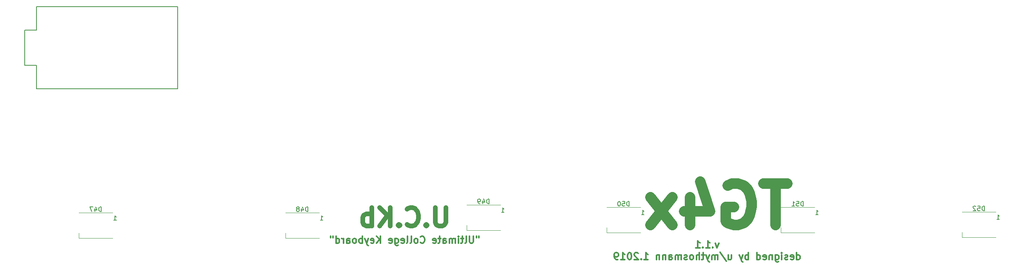
<source format=gbo>
G04 #@! TF.GenerationSoftware,KiCad,Pcbnew,(5.0.2)-1*
G04 #@! TF.CreationDate,2019-01-23T12:21:28-05:00*
G04 #@! TF.ProjectId,TG4x,54473478-2e6b-4696-9361-645f70636258,rev?*
G04 #@! TF.SameCoordinates,Original*
G04 #@! TF.FileFunction,Legend,Bot*
G04 #@! TF.FilePolarity,Positive*
%FSLAX46Y46*%
G04 Gerber Fmt 4.6, Leading zero omitted, Abs format (unit mm)*
G04 Created by KiCad (PCBNEW (5.0.2)-1) date 1/23/2019 12:21:28 PM*
%MOMM*%
%LPD*%
G01*
G04 APERTURE LIST*
%ADD10C,2.250000*%
%ADD11C,0.300000*%
%ADD12C,1.000000*%
%ADD13C,0.150000*%
%ADD14C,0.120000*%
G04 APERTURE END LIST*
D10*
X189752000Y-96671428D02*
X184609142Y-96671428D01*
X187180571Y-105671428D02*
X187180571Y-96671428D01*
X176894857Y-97100000D02*
X177752000Y-96671428D01*
X179037714Y-96671428D01*
X180323428Y-97100000D01*
X181180571Y-97957142D01*
X181609142Y-98814285D01*
X182037714Y-100528571D01*
X182037714Y-101814285D01*
X181609142Y-103528571D01*
X181180571Y-104385714D01*
X180323428Y-105242857D01*
X179037714Y-105671428D01*
X178180571Y-105671428D01*
X176894857Y-105242857D01*
X176466285Y-104814285D01*
X176466285Y-101814285D01*
X178180571Y-101814285D01*
X168752000Y-99671428D02*
X168752000Y-105671428D01*
X170894857Y-96242857D02*
X173037714Y-102671428D01*
X167466285Y-102671428D01*
X164894857Y-105671428D02*
X160180571Y-99671428D01*
X164894857Y-99671428D02*
X160180571Y-105671428D01*
D11*
X174966000Y-109655571D02*
X174608857Y-110655571D01*
X174251714Y-109655571D01*
X173680285Y-110512714D02*
X173608857Y-110584142D01*
X173680285Y-110655571D01*
X173751714Y-110584142D01*
X173680285Y-110512714D01*
X173680285Y-110655571D01*
X172180285Y-110655571D02*
X173037428Y-110655571D01*
X172608857Y-110655571D02*
X172608857Y-109155571D01*
X172751714Y-109369857D01*
X172894571Y-109512714D01*
X173037428Y-109584142D01*
X171537428Y-110512714D02*
X171466000Y-110584142D01*
X171537428Y-110655571D01*
X171608857Y-110584142D01*
X171537428Y-110512714D01*
X171537428Y-110655571D01*
X170037428Y-110655571D02*
X170894571Y-110655571D01*
X170466000Y-110655571D02*
X170466000Y-109155571D01*
X170608857Y-109369857D01*
X170751714Y-109512714D01*
X170894571Y-109584142D01*
X191787428Y-113205571D02*
X191787428Y-111705571D01*
X191787428Y-113134142D02*
X191930285Y-113205571D01*
X192216000Y-113205571D01*
X192358857Y-113134142D01*
X192430285Y-113062714D01*
X192501714Y-112919857D01*
X192501714Y-112491285D01*
X192430285Y-112348428D01*
X192358857Y-112277000D01*
X192216000Y-112205571D01*
X191930285Y-112205571D01*
X191787428Y-112277000D01*
X190501714Y-113134142D02*
X190644571Y-113205571D01*
X190930285Y-113205571D01*
X191073142Y-113134142D01*
X191144571Y-112991285D01*
X191144571Y-112419857D01*
X191073142Y-112277000D01*
X190930285Y-112205571D01*
X190644571Y-112205571D01*
X190501714Y-112277000D01*
X190430285Y-112419857D01*
X190430285Y-112562714D01*
X191144571Y-112705571D01*
X189858857Y-113134142D02*
X189716000Y-113205571D01*
X189430285Y-113205571D01*
X189287428Y-113134142D01*
X189216000Y-112991285D01*
X189216000Y-112919857D01*
X189287428Y-112777000D01*
X189430285Y-112705571D01*
X189644571Y-112705571D01*
X189787428Y-112634142D01*
X189858857Y-112491285D01*
X189858857Y-112419857D01*
X189787428Y-112277000D01*
X189644571Y-112205571D01*
X189430285Y-112205571D01*
X189287428Y-112277000D01*
X188573142Y-113205571D02*
X188573142Y-112205571D01*
X188573142Y-111705571D02*
X188644571Y-111777000D01*
X188573142Y-111848428D01*
X188501714Y-111777000D01*
X188573142Y-111705571D01*
X188573142Y-111848428D01*
X187216000Y-112205571D02*
X187216000Y-113419857D01*
X187287428Y-113562714D01*
X187358857Y-113634142D01*
X187501714Y-113705571D01*
X187716000Y-113705571D01*
X187858857Y-113634142D01*
X187216000Y-113134142D02*
X187358857Y-113205571D01*
X187644571Y-113205571D01*
X187787428Y-113134142D01*
X187858857Y-113062714D01*
X187930285Y-112919857D01*
X187930285Y-112491285D01*
X187858857Y-112348428D01*
X187787428Y-112277000D01*
X187644571Y-112205571D01*
X187358857Y-112205571D01*
X187216000Y-112277000D01*
X186501714Y-112205571D02*
X186501714Y-113205571D01*
X186501714Y-112348428D02*
X186430285Y-112277000D01*
X186287428Y-112205571D01*
X186073142Y-112205571D01*
X185930285Y-112277000D01*
X185858857Y-112419857D01*
X185858857Y-113205571D01*
X184573142Y-113134142D02*
X184716000Y-113205571D01*
X185001714Y-113205571D01*
X185144571Y-113134142D01*
X185216000Y-112991285D01*
X185216000Y-112419857D01*
X185144571Y-112277000D01*
X185001714Y-112205571D01*
X184716000Y-112205571D01*
X184573142Y-112277000D01*
X184501714Y-112419857D01*
X184501714Y-112562714D01*
X185216000Y-112705571D01*
X183216000Y-113205571D02*
X183216000Y-111705571D01*
X183216000Y-113134142D02*
X183358857Y-113205571D01*
X183644571Y-113205571D01*
X183787428Y-113134142D01*
X183858857Y-113062714D01*
X183930285Y-112919857D01*
X183930285Y-112491285D01*
X183858857Y-112348428D01*
X183787428Y-112277000D01*
X183644571Y-112205571D01*
X183358857Y-112205571D01*
X183216000Y-112277000D01*
X181358857Y-113205571D02*
X181358857Y-111705571D01*
X181358857Y-112277000D02*
X181216000Y-112205571D01*
X180930285Y-112205571D01*
X180787428Y-112277000D01*
X180716000Y-112348428D01*
X180644571Y-112491285D01*
X180644571Y-112919857D01*
X180716000Y-113062714D01*
X180787428Y-113134142D01*
X180930285Y-113205571D01*
X181216000Y-113205571D01*
X181358857Y-113134142D01*
X180144571Y-112205571D02*
X179787428Y-113205571D01*
X179430285Y-112205571D02*
X179787428Y-113205571D01*
X179930285Y-113562714D01*
X180001714Y-113634142D01*
X180144571Y-113705571D01*
X177073142Y-112205571D02*
X177073142Y-113205571D01*
X177716000Y-112205571D02*
X177716000Y-112991285D01*
X177644571Y-113134142D01*
X177501714Y-113205571D01*
X177287428Y-113205571D01*
X177144571Y-113134142D01*
X177073142Y-113062714D01*
X175287428Y-111634142D02*
X176573142Y-113562714D01*
X174787428Y-113205571D02*
X174787428Y-112205571D01*
X174787428Y-112348428D02*
X174716000Y-112277000D01*
X174573142Y-112205571D01*
X174358857Y-112205571D01*
X174216000Y-112277000D01*
X174144571Y-112419857D01*
X174144571Y-113205571D01*
X174144571Y-112419857D02*
X174073142Y-112277000D01*
X173930285Y-112205571D01*
X173716000Y-112205571D01*
X173573142Y-112277000D01*
X173501714Y-112419857D01*
X173501714Y-113205571D01*
X172930285Y-112205571D02*
X172573142Y-113205571D01*
X172216000Y-112205571D02*
X172573142Y-113205571D01*
X172716000Y-113562714D01*
X172787428Y-113634142D01*
X172930285Y-113705571D01*
X171858857Y-112205571D02*
X171287428Y-112205571D01*
X171644571Y-111705571D02*
X171644571Y-112991285D01*
X171573142Y-113134142D01*
X171430285Y-113205571D01*
X171287428Y-113205571D01*
X170787428Y-113205571D02*
X170787428Y-111705571D01*
X170144571Y-113205571D02*
X170144571Y-112419857D01*
X170216000Y-112277000D01*
X170358857Y-112205571D01*
X170573142Y-112205571D01*
X170716000Y-112277000D01*
X170787428Y-112348428D01*
X169216000Y-113205571D02*
X169358857Y-113134142D01*
X169430285Y-113062714D01*
X169501714Y-112919857D01*
X169501714Y-112491285D01*
X169430285Y-112348428D01*
X169358857Y-112277000D01*
X169216000Y-112205571D01*
X169001714Y-112205571D01*
X168858857Y-112277000D01*
X168787428Y-112348428D01*
X168716000Y-112491285D01*
X168716000Y-112919857D01*
X168787428Y-113062714D01*
X168858857Y-113134142D01*
X169001714Y-113205571D01*
X169216000Y-113205571D01*
X168144571Y-113134142D02*
X168001714Y-113205571D01*
X167716000Y-113205571D01*
X167573142Y-113134142D01*
X167501714Y-112991285D01*
X167501714Y-112919857D01*
X167573142Y-112777000D01*
X167716000Y-112705571D01*
X167930285Y-112705571D01*
X168073142Y-112634142D01*
X168144571Y-112491285D01*
X168144571Y-112419857D01*
X168073142Y-112277000D01*
X167930285Y-112205571D01*
X167716000Y-112205571D01*
X167573142Y-112277000D01*
X166858857Y-113205571D02*
X166858857Y-112205571D01*
X166858857Y-112348428D02*
X166787428Y-112277000D01*
X166644571Y-112205571D01*
X166430285Y-112205571D01*
X166287428Y-112277000D01*
X166216000Y-112419857D01*
X166216000Y-113205571D01*
X166216000Y-112419857D02*
X166144571Y-112277000D01*
X166001714Y-112205571D01*
X165787428Y-112205571D01*
X165644571Y-112277000D01*
X165573142Y-112419857D01*
X165573142Y-113205571D01*
X164216000Y-113205571D02*
X164216000Y-112419857D01*
X164287428Y-112277000D01*
X164430285Y-112205571D01*
X164716000Y-112205571D01*
X164858857Y-112277000D01*
X164216000Y-113134142D02*
X164358857Y-113205571D01*
X164716000Y-113205571D01*
X164858857Y-113134142D01*
X164930285Y-112991285D01*
X164930285Y-112848428D01*
X164858857Y-112705571D01*
X164716000Y-112634142D01*
X164358857Y-112634142D01*
X164216000Y-112562714D01*
X163501714Y-112205571D02*
X163501714Y-113205571D01*
X163501714Y-112348428D02*
X163430285Y-112277000D01*
X163287428Y-112205571D01*
X163073142Y-112205571D01*
X162930285Y-112277000D01*
X162858857Y-112419857D01*
X162858857Y-113205571D01*
X162144571Y-112205571D02*
X162144571Y-113205571D01*
X162144571Y-112348428D02*
X162073142Y-112277000D01*
X161930285Y-112205571D01*
X161716000Y-112205571D01*
X161573142Y-112277000D01*
X161501714Y-112419857D01*
X161501714Y-113205571D01*
X158858857Y-113205571D02*
X159716000Y-113205571D01*
X159287428Y-113205571D02*
X159287428Y-111705571D01*
X159430285Y-111919857D01*
X159573142Y-112062714D01*
X159716000Y-112134142D01*
X158216000Y-113062714D02*
X158144571Y-113134142D01*
X158216000Y-113205571D01*
X158287428Y-113134142D01*
X158216000Y-113062714D01*
X158216000Y-113205571D01*
X157573142Y-111848428D02*
X157501714Y-111777000D01*
X157358857Y-111705571D01*
X157001714Y-111705571D01*
X156858857Y-111777000D01*
X156787428Y-111848428D01*
X156716000Y-111991285D01*
X156716000Y-112134142D01*
X156787428Y-112348428D01*
X157644571Y-113205571D01*
X156716000Y-113205571D01*
X155787428Y-111705571D02*
X155644571Y-111705571D01*
X155501714Y-111777000D01*
X155430285Y-111848428D01*
X155358857Y-111991285D01*
X155287428Y-112277000D01*
X155287428Y-112634142D01*
X155358857Y-112919857D01*
X155430285Y-113062714D01*
X155501714Y-113134142D01*
X155644571Y-113205571D01*
X155787428Y-113205571D01*
X155930285Y-113134142D01*
X156001714Y-113062714D01*
X156073142Y-112919857D01*
X156144571Y-112634142D01*
X156144571Y-112277000D01*
X156073142Y-111991285D01*
X156001714Y-111848428D01*
X155930285Y-111777000D01*
X155787428Y-111705571D01*
X153858857Y-113205571D02*
X154716000Y-113205571D01*
X154287428Y-113205571D02*
X154287428Y-111705571D01*
X154430285Y-111919857D01*
X154573142Y-112062714D01*
X154716000Y-112134142D01*
X153144571Y-113205571D02*
X152858857Y-113205571D01*
X152716000Y-113134142D01*
X152644571Y-113062714D01*
X152501714Y-112848428D01*
X152430285Y-112562714D01*
X152430285Y-111991285D01*
X152501714Y-111848428D01*
X152573142Y-111777000D01*
X152716000Y-111705571D01*
X153001714Y-111705571D01*
X153144571Y-111777000D01*
X153216000Y-111848428D01*
X153287428Y-111991285D01*
X153287428Y-112348428D01*
X153216000Y-112491285D01*
X153144571Y-112562714D01*
X153001714Y-112634142D01*
X152716000Y-112634142D01*
X152573142Y-112562714D01*
X152501714Y-112491285D01*
X152430285Y-112348428D01*
X123223714Y-108144571D02*
X123223714Y-108430285D01*
X122652285Y-108144571D02*
X122652285Y-108430285D01*
X122009428Y-108144571D02*
X122009428Y-109358857D01*
X121938000Y-109501714D01*
X121866571Y-109573142D01*
X121723714Y-109644571D01*
X121438000Y-109644571D01*
X121295142Y-109573142D01*
X121223714Y-109501714D01*
X121152285Y-109358857D01*
X121152285Y-108144571D01*
X120223714Y-109644571D02*
X120366571Y-109573142D01*
X120438000Y-109430285D01*
X120438000Y-108144571D01*
X119866571Y-108644571D02*
X119295142Y-108644571D01*
X119652285Y-108144571D02*
X119652285Y-109430285D01*
X119580857Y-109573142D01*
X119438000Y-109644571D01*
X119295142Y-109644571D01*
X118795142Y-109644571D02*
X118795142Y-108644571D01*
X118795142Y-108144571D02*
X118866571Y-108216000D01*
X118795142Y-108287428D01*
X118723714Y-108216000D01*
X118795142Y-108144571D01*
X118795142Y-108287428D01*
X118080857Y-109644571D02*
X118080857Y-108644571D01*
X118080857Y-108787428D02*
X118009428Y-108716000D01*
X117866571Y-108644571D01*
X117652285Y-108644571D01*
X117509428Y-108716000D01*
X117438000Y-108858857D01*
X117438000Y-109644571D01*
X117438000Y-108858857D02*
X117366571Y-108716000D01*
X117223714Y-108644571D01*
X117009428Y-108644571D01*
X116866571Y-108716000D01*
X116795142Y-108858857D01*
X116795142Y-109644571D01*
X115438000Y-109644571D02*
X115438000Y-108858857D01*
X115509428Y-108716000D01*
X115652285Y-108644571D01*
X115938000Y-108644571D01*
X116080857Y-108716000D01*
X115438000Y-109573142D02*
X115580857Y-109644571D01*
X115938000Y-109644571D01*
X116080857Y-109573142D01*
X116152285Y-109430285D01*
X116152285Y-109287428D01*
X116080857Y-109144571D01*
X115938000Y-109073142D01*
X115580857Y-109073142D01*
X115438000Y-109001714D01*
X114938000Y-108644571D02*
X114366571Y-108644571D01*
X114723714Y-108144571D02*
X114723714Y-109430285D01*
X114652285Y-109573142D01*
X114509428Y-109644571D01*
X114366571Y-109644571D01*
X113295142Y-109573142D02*
X113438000Y-109644571D01*
X113723714Y-109644571D01*
X113866571Y-109573142D01*
X113938000Y-109430285D01*
X113938000Y-108858857D01*
X113866571Y-108716000D01*
X113723714Y-108644571D01*
X113438000Y-108644571D01*
X113295142Y-108716000D01*
X113223714Y-108858857D01*
X113223714Y-109001714D01*
X113938000Y-109144571D01*
X110580857Y-109501714D02*
X110652285Y-109573142D01*
X110866571Y-109644571D01*
X111009428Y-109644571D01*
X111223714Y-109573142D01*
X111366571Y-109430285D01*
X111438000Y-109287428D01*
X111509428Y-109001714D01*
X111509428Y-108787428D01*
X111438000Y-108501714D01*
X111366571Y-108358857D01*
X111223714Y-108216000D01*
X111009428Y-108144571D01*
X110866571Y-108144571D01*
X110652285Y-108216000D01*
X110580857Y-108287428D01*
X109723714Y-109644571D02*
X109866571Y-109573142D01*
X109938000Y-109501714D01*
X110009428Y-109358857D01*
X110009428Y-108930285D01*
X109938000Y-108787428D01*
X109866571Y-108716000D01*
X109723714Y-108644571D01*
X109509428Y-108644571D01*
X109366571Y-108716000D01*
X109295142Y-108787428D01*
X109223714Y-108930285D01*
X109223714Y-109358857D01*
X109295142Y-109501714D01*
X109366571Y-109573142D01*
X109509428Y-109644571D01*
X109723714Y-109644571D01*
X108366571Y-109644571D02*
X108509428Y-109573142D01*
X108580857Y-109430285D01*
X108580857Y-108144571D01*
X107580857Y-109644571D02*
X107723714Y-109573142D01*
X107795142Y-109430285D01*
X107795142Y-108144571D01*
X106438000Y-109573142D02*
X106580857Y-109644571D01*
X106866571Y-109644571D01*
X107009428Y-109573142D01*
X107080857Y-109430285D01*
X107080857Y-108858857D01*
X107009428Y-108716000D01*
X106866571Y-108644571D01*
X106580857Y-108644571D01*
X106438000Y-108716000D01*
X106366571Y-108858857D01*
X106366571Y-109001714D01*
X107080857Y-109144571D01*
X105080857Y-108644571D02*
X105080857Y-109858857D01*
X105152285Y-110001714D01*
X105223714Y-110073142D01*
X105366571Y-110144571D01*
X105580857Y-110144571D01*
X105723714Y-110073142D01*
X105080857Y-109573142D02*
X105223714Y-109644571D01*
X105509428Y-109644571D01*
X105652285Y-109573142D01*
X105723714Y-109501714D01*
X105795142Y-109358857D01*
X105795142Y-108930285D01*
X105723714Y-108787428D01*
X105652285Y-108716000D01*
X105509428Y-108644571D01*
X105223714Y-108644571D01*
X105080857Y-108716000D01*
X103795142Y-109573142D02*
X103938000Y-109644571D01*
X104223714Y-109644571D01*
X104366571Y-109573142D01*
X104438000Y-109430285D01*
X104438000Y-108858857D01*
X104366571Y-108716000D01*
X104223714Y-108644571D01*
X103938000Y-108644571D01*
X103795142Y-108716000D01*
X103723714Y-108858857D01*
X103723714Y-109001714D01*
X104438000Y-109144571D01*
X101938000Y-109644571D02*
X101938000Y-108144571D01*
X101080857Y-109644571D02*
X101723714Y-108787428D01*
X101080857Y-108144571D02*
X101938000Y-109001714D01*
X99866571Y-109573142D02*
X100009428Y-109644571D01*
X100295142Y-109644571D01*
X100438000Y-109573142D01*
X100509428Y-109430285D01*
X100509428Y-108858857D01*
X100438000Y-108716000D01*
X100295142Y-108644571D01*
X100009428Y-108644571D01*
X99866571Y-108716000D01*
X99795142Y-108858857D01*
X99795142Y-109001714D01*
X100509428Y-109144571D01*
X99295142Y-108644571D02*
X98938000Y-109644571D01*
X98580857Y-108644571D02*
X98938000Y-109644571D01*
X99080857Y-110001714D01*
X99152285Y-110073142D01*
X99295142Y-110144571D01*
X98009428Y-109644571D02*
X98009428Y-108144571D01*
X98009428Y-108716000D02*
X97866571Y-108644571D01*
X97580857Y-108644571D01*
X97438000Y-108716000D01*
X97366571Y-108787428D01*
X97295142Y-108930285D01*
X97295142Y-109358857D01*
X97366571Y-109501714D01*
X97438000Y-109573142D01*
X97580857Y-109644571D01*
X97866571Y-109644571D01*
X98009428Y-109573142D01*
X96438000Y-109644571D02*
X96580857Y-109573142D01*
X96652285Y-109501714D01*
X96723714Y-109358857D01*
X96723714Y-108930285D01*
X96652285Y-108787428D01*
X96580857Y-108716000D01*
X96438000Y-108644571D01*
X96223714Y-108644571D01*
X96080857Y-108716000D01*
X96009428Y-108787428D01*
X95938000Y-108930285D01*
X95938000Y-109358857D01*
X96009428Y-109501714D01*
X96080857Y-109573142D01*
X96223714Y-109644571D01*
X96438000Y-109644571D01*
X94652285Y-109644571D02*
X94652285Y-108858857D01*
X94723714Y-108716000D01*
X94866571Y-108644571D01*
X95152285Y-108644571D01*
X95295142Y-108716000D01*
X94652285Y-109573142D02*
X94795142Y-109644571D01*
X95152285Y-109644571D01*
X95295142Y-109573142D01*
X95366571Y-109430285D01*
X95366571Y-109287428D01*
X95295142Y-109144571D01*
X95152285Y-109073142D01*
X94795142Y-109073142D01*
X94652285Y-109001714D01*
X93938000Y-109644571D02*
X93938000Y-108644571D01*
X93938000Y-108930285D02*
X93866571Y-108787428D01*
X93795142Y-108716000D01*
X93652285Y-108644571D01*
X93509428Y-108644571D01*
X92366571Y-109644571D02*
X92366571Y-108144571D01*
X92366571Y-109573142D02*
X92509428Y-109644571D01*
X92795142Y-109644571D01*
X92938000Y-109573142D01*
X93009428Y-109501714D01*
X93080857Y-109358857D01*
X93080857Y-108930285D01*
X93009428Y-108787428D01*
X92938000Y-108716000D01*
X92795142Y-108644571D01*
X92509428Y-108644571D01*
X92366571Y-108716000D01*
X91723714Y-108144571D02*
X91723714Y-108430285D01*
X91152285Y-108144571D02*
X91152285Y-108430285D01*
D12*
X116045142Y-101949523D02*
X116045142Y-105187619D01*
X115854666Y-105568571D01*
X115664190Y-105759047D01*
X115283238Y-105949523D01*
X114521333Y-105949523D01*
X114140380Y-105759047D01*
X113949904Y-105568571D01*
X113759428Y-105187619D01*
X113759428Y-101949523D01*
X111854666Y-105568571D02*
X111664190Y-105759047D01*
X111854666Y-105949523D01*
X112045142Y-105759047D01*
X111854666Y-105568571D01*
X111854666Y-105949523D01*
X107664190Y-105568571D02*
X107854666Y-105759047D01*
X108426095Y-105949523D01*
X108807047Y-105949523D01*
X109378476Y-105759047D01*
X109759428Y-105378095D01*
X109949904Y-104997142D01*
X110140380Y-104235238D01*
X110140380Y-103663809D01*
X109949904Y-102901904D01*
X109759428Y-102520952D01*
X109378476Y-102140000D01*
X108807047Y-101949523D01*
X108426095Y-101949523D01*
X107854666Y-102140000D01*
X107664190Y-102330476D01*
X105949904Y-105568571D02*
X105759428Y-105759047D01*
X105949904Y-105949523D01*
X106140380Y-105759047D01*
X105949904Y-105568571D01*
X105949904Y-105949523D01*
X104045142Y-105949523D02*
X104045142Y-101949523D01*
X101759428Y-105949523D02*
X103473714Y-103663809D01*
X101759428Y-101949523D02*
X104045142Y-104235238D01*
X100045142Y-105949523D02*
X100045142Y-101949523D01*
X100045142Y-103473333D02*
X99664190Y-103282857D01*
X98902285Y-103282857D01*
X98521333Y-103473333D01*
X98330857Y-103663809D01*
X98140380Y-104044761D01*
X98140380Y-105187619D01*
X98330857Y-105568571D01*
X98521333Y-105759047D01*
X98902285Y-105949523D01*
X99664190Y-105949523D01*
X100045142Y-105759047D01*
D13*
G04 #@! TO.C,U1*
X27686000Y-58420000D02*
X58166000Y-58420000D01*
X27686000Y-58420000D02*
X27686000Y-63500000D01*
X27686000Y-63500000D02*
X25146000Y-63500000D01*
X25146000Y-63500000D02*
X25146000Y-71120000D01*
X25146000Y-71120000D02*
X27686000Y-71120000D01*
X27686000Y-71120000D02*
X27686000Y-76200000D01*
X27686000Y-76200000D02*
X58166000Y-76200000D01*
X58166000Y-76200000D02*
X58166000Y-58420000D01*
D14*
G04 #@! TO.C,D49*
X120556000Y-106890000D02*
X120556000Y-105740000D01*
X127856000Y-106890000D02*
X120556000Y-106890000D01*
X127856000Y-101390000D02*
X120556000Y-101390000D01*
G04 #@! TO.C,D52*
X234790000Y-102914000D02*
X227490000Y-102914000D01*
X234790000Y-108414000D02*
X227490000Y-108414000D01*
X227490000Y-108414000D02*
X227490000Y-107264000D01*
G04 #@! TO.C,D51*
X188374000Y-107398000D02*
X188374000Y-106248000D01*
X195674000Y-107398000D02*
X188374000Y-107398000D01*
X195674000Y-101898000D02*
X188374000Y-101898000D01*
G04 #@! TO.C,D47*
X36826000Y-108592000D02*
X36826000Y-107442000D01*
X44126000Y-108592000D02*
X36826000Y-108592000D01*
X44126000Y-103092000D02*
X36826000Y-103092000D01*
G04 #@! TO.C,D50*
X158082000Y-101898000D02*
X150782000Y-101898000D01*
X158082000Y-107398000D02*
X150782000Y-107398000D01*
X150782000Y-107398000D02*
X150782000Y-106248000D01*
G04 #@! TO.C,D48*
X88740000Y-103092000D02*
X81440000Y-103092000D01*
X88740000Y-108592000D02*
X81440000Y-108592000D01*
X81440000Y-108592000D02*
X81440000Y-107442000D01*
G04 #@! TO.C,D49*
D13*
X125420285Y-101092380D02*
X125420285Y-100092380D01*
X125182190Y-100092380D01*
X125039333Y-100140000D01*
X124944095Y-100235238D01*
X124896476Y-100330476D01*
X124848857Y-100520952D01*
X124848857Y-100663809D01*
X124896476Y-100854285D01*
X124944095Y-100949523D01*
X125039333Y-101044761D01*
X125182190Y-101092380D01*
X125420285Y-101092380D01*
X123991714Y-100425714D02*
X123991714Y-101092380D01*
X124229809Y-100044761D02*
X124467904Y-100759047D01*
X123848857Y-100759047D01*
X123420285Y-101092380D02*
X123229809Y-101092380D01*
X123134571Y-101044761D01*
X123086952Y-100997142D01*
X122991714Y-100854285D01*
X122944095Y-100663809D01*
X122944095Y-100282857D01*
X122991714Y-100187619D01*
X123039333Y-100140000D01*
X123134571Y-100092380D01*
X123325047Y-100092380D01*
X123420285Y-100140000D01*
X123467904Y-100187619D01*
X123515523Y-100282857D01*
X123515523Y-100520952D01*
X123467904Y-100616190D01*
X123420285Y-100663809D01*
X123325047Y-100711428D01*
X123134571Y-100711428D01*
X123039333Y-100663809D01*
X122991714Y-100616190D01*
X122944095Y-100520952D01*
X128070285Y-102992380D02*
X128641714Y-102992380D01*
X128356000Y-102992380D02*
X128356000Y-101992380D01*
X128451238Y-102135238D01*
X128546476Y-102230476D01*
X128641714Y-102278095D01*
G04 #@! TO.C,D52*
X232354285Y-102616380D02*
X232354285Y-101616380D01*
X232116190Y-101616380D01*
X231973333Y-101664000D01*
X231878095Y-101759238D01*
X231830476Y-101854476D01*
X231782857Y-102044952D01*
X231782857Y-102187809D01*
X231830476Y-102378285D01*
X231878095Y-102473523D01*
X231973333Y-102568761D01*
X232116190Y-102616380D01*
X232354285Y-102616380D01*
X230878095Y-101616380D02*
X231354285Y-101616380D01*
X231401904Y-102092571D01*
X231354285Y-102044952D01*
X231259047Y-101997333D01*
X231020952Y-101997333D01*
X230925714Y-102044952D01*
X230878095Y-102092571D01*
X230830476Y-102187809D01*
X230830476Y-102425904D01*
X230878095Y-102521142D01*
X230925714Y-102568761D01*
X231020952Y-102616380D01*
X231259047Y-102616380D01*
X231354285Y-102568761D01*
X231401904Y-102521142D01*
X230449523Y-101711619D02*
X230401904Y-101664000D01*
X230306666Y-101616380D01*
X230068571Y-101616380D01*
X229973333Y-101664000D01*
X229925714Y-101711619D01*
X229878095Y-101806857D01*
X229878095Y-101902095D01*
X229925714Y-102044952D01*
X230497142Y-102616380D01*
X229878095Y-102616380D01*
X235004285Y-104516380D02*
X235575714Y-104516380D01*
X235290000Y-104516380D02*
X235290000Y-103516380D01*
X235385238Y-103659238D01*
X235480476Y-103754476D01*
X235575714Y-103802095D01*
G04 #@! TO.C,D51*
X193238285Y-101600380D02*
X193238285Y-100600380D01*
X193000190Y-100600380D01*
X192857333Y-100648000D01*
X192762095Y-100743238D01*
X192714476Y-100838476D01*
X192666857Y-101028952D01*
X192666857Y-101171809D01*
X192714476Y-101362285D01*
X192762095Y-101457523D01*
X192857333Y-101552761D01*
X193000190Y-101600380D01*
X193238285Y-101600380D01*
X191762095Y-100600380D02*
X192238285Y-100600380D01*
X192285904Y-101076571D01*
X192238285Y-101028952D01*
X192143047Y-100981333D01*
X191904952Y-100981333D01*
X191809714Y-101028952D01*
X191762095Y-101076571D01*
X191714476Y-101171809D01*
X191714476Y-101409904D01*
X191762095Y-101505142D01*
X191809714Y-101552761D01*
X191904952Y-101600380D01*
X192143047Y-101600380D01*
X192238285Y-101552761D01*
X192285904Y-101505142D01*
X190762095Y-101600380D02*
X191333523Y-101600380D01*
X191047809Y-101600380D02*
X191047809Y-100600380D01*
X191143047Y-100743238D01*
X191238285Y-100838476D01*
X191333523Y-100886095D01*
X195888285Y-103500380D02*
X196459714Y-103500380D01*
X196174000Y-103500380D02*
X196174000Y-102500380D01*
X196269238Y-102643238D01*
X196364476Y-102738476D01*
X196459714Y-102786095D01*
G04 #@! TO.C,D47*
X41690285Y-102794380D02*
X41690285Y-101794380D01*
X41452190Y-101794380D01*
X41309333Y-101842000D01*
X41214095Y-101937238D01*
X41166476Y-102032476D01*
X41118857Y-102222952D01*
X41118857Y-102365809D01*
X41166476Y-102556285D01*
X41214095Y-102651523D01*
X41309333Y-102746761D01*
X41452190Y-102794380D01*
X41690285Y-102794380D01*
X40261714Y-102127714D02*
X40261714Y-102794380D01*
X40499809Y-101746761D02*
X40737904Y-102461047D01*
X40118857Y-102461047D01*
X39833142Y-101794380D02*
X39166476Y-101794380D01*
X39595047Y-102794380D01*
X44340285Y-104694380D02*
X44911714Y-104694380D01*
X44626000Y-104694380D02*
X44626000Y-103694380D01*
X44721238Y-103837238D01*
X44816476Y-103932476D01*
X44911714Y-103980095D01*
G04 #@! TO.C,D50*
X155646285Y-101600380D02*
X155646285Y-100600380D01*
X155408190Y-100600380D01*
X155265333Y-100648000D01*
X155170095Y-100743238D01*
X155122476Y-100838476D01*
X155074857Y-101028952D01*
X155074857Y-101171809D01*
X155122476Y-101362285D01*
X155170095Y-101457523D01*
X155265333Y-101552761D01*
X155408190Y-101600380D01*
X155646285Y-101600380D01*
X154170095Y-100600380D02*
X154646285Y-100600380D01*
X154693904Y-101076571D01*
X154646285Y-101028952D01*
X154551047Y-100981333D01*
X154312952Y-100981333D01*
X154217714Y-101028952D01*
X154170095Y-101076571D01*
X154122476Y-101171809D01*
X154122476Y-101409904D01*
X154170095Y-101505142D01*
X154217714Y-101552761D01*
X154312952Y-101600380D01*
X154551047Y-101600380D01*
X154646285Y-101552761D01*
X154693904Y-101505142D01*
X153503428Y-100600380D02*
X153408190Y-100600380D01*
X153312952Y-100648000D01*
X153265333Y-100695619D01*
X153217714Y-100790857D01*
X153170095Y-100981333D01*
X153170095Y-101219428D01*
X153217714Y-101409904D01*
X153265333Y-101505142D01*
X153312952Y-101552761D01*
X153408190Y-101600380D01*
X153503428Y-101600380D01*
X153598666Y-101552761D01*
X153646285Y-101505142D01*
X153693904Y-101409904D01*
X153741523Y-101219428D01*
X153741523Y-100981333D01*
X153693904Y-100790857D01*
X153646285Y-100695619D01*
X153598666Y-100648000D01*
X153503428Y-100600380D01*
X158296285Y-103500380D02*
X158867714Y-103500380D01*
X158582000Y-103500380D02*
X158582000Y-102500380D01*
X158677238Y-102643238D01*
X158772476Y-102738476D01*
X158867714Y-102786095D01*
G04 #@! TO.C,D48*
X86304285Y-102794380D02*
X86304285Y-101794380D01*
X86066190Y-101794380D01*
X85923333Y-101842000D01*
X85828095Y-101937238D01*
X85780476Y-102032476D01*
X85732857Y-102222952D01*
X85732857Y-102365809D01*
X85780476Y-102556285D01*
X85828095Y-102651523D01*
X85923333Y-102746761D01*
X86066190Y-102794380D01*
X86304285Y-102794380D01*
X84875714Y-102127714D02*
X84875714Y-102794380D01*
X85113809Y-101746761D02*
X85351904Y-102461047D01*
X84732857Y-102461047D01*
X84209047Y-102222952D02*
X84304285Y-102175333D01*
X84351904Y-102127714D01*
X84399523Y-102032476D01*
X84399523Y-101984857D01*
X84351904Y-101889619D01*
X84304285Y-101842000D01*
X84209047Y-101794380D01*
X84018571Y-101794380D01*
X83923333Y-101842000D01*
X83875714Y-101889619D01*
X83828095Y-101984857D01*
X83828095Y-102032476D01*
X83875714Y-102127714D01*
X83923333Y-102175333D01*
X84018571Y-102222952D01*
X84209047Y-102222952D01*
X84304285Y-102270571D01*
X84351904Y-102318190D01*
X84399523Y-102413428D01*
X84399523Y-102603904D01*
X84351904Y-102699142D01*
X84304285Y-102746761D01*
X84209047Y-102794380D01*
X84018571Y-102794380D01*
X83923333Y-102746761D01*
X83875714Y-102699142D01*
X83828095Y-102603904D01*
X83828095Y-102413428D01*
X83875714Y-102318190D01*
X83923333Y-102270571D01*
X84018571Y-102222952D01*
X88954285Y-104694380D02*
X89525714Y-104694380D01*
X89240000Y-104694380D02*
X89240000Y-103694380D01*
X89335238Y-103837238D01*
X89430476Y-103932476D01*
X89525714Y-103980095D01*
G04 #@! TD*
M02*

</source>
